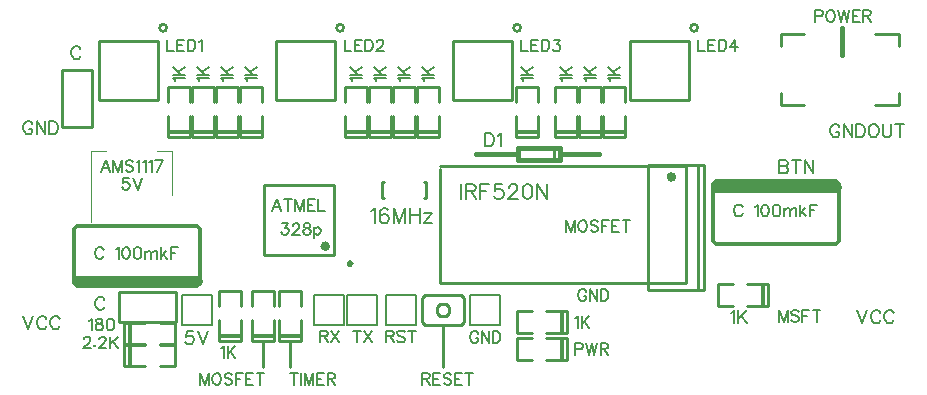
<source format=gto>
G04 ---------------------------- Layer name :TOP SILK LAYER*
G04 EasyEDA v5.6.15, Thu, 09 Aug 2018 00:10:23 GMT*
G04 1eb12ba90bff44d893ac4b1b4a3eba8c*
G04 Gerber Generator version 0.2*
G04 Scale: 100 percent, Rotated: No, Reflected: No *
G04 Dimensions in millimeters *
G04 leading zeros omitted , absolute positions ,3 integer and 3 decimal *
%FSLAX33Y33*%
%MOMM*%
G90*
G71D02*

%ADD10C,0.254000*%
%ADD11C,0.399999*%
%ADD15C,0.177800*%
%ADD16C,0.203200*%
%ADD17C,0.178003*%
%ADD35C,0.119990*%
%ADD36C,0.249999*%
%ADD37C,0.330200*%
%ADD38C,0.202999*%
%ADD39C,0.299999*%
%ADD40C,0.899998*%

%LPD*%
G54D35*
G01X14587Y16842D02*
G01X14587Y20604D01*
G01X13324Y20604D01*
G01X7764Y14594D02*
G01X7764Y20604D01*
G01X9027Y20604D01*
G54D10*
G01X35991Y17932D02*
G01X36093Y17932D01*
G01X36093Y16611D01*
G01X35991Y16611D01*
G01X32588Y16611D02*
G01X32435Y16611D01*
G01X32435Y17932D01*
G01X32588Y17932D01*
G01X68171Y24521D02*
G01X66169Y24521D01*
G01X66169Y25521D01*
G01X74170Y30520D02*
G01X76169Y30520D01*
G01X76169Y29519D01*
G01X66169Y29519D02*
G01X66169Y30520D01*
G01X68171Y30520D01*
G01X76169Y25521D02*
G01X76169Y24521D01*
G01X74170Y24521D01*
G54D36*
G01X58379Y29931D02*
G01X58379Y24932D01*
G01X58379Y24932D02*
G01X53380Y24932D01*
G01X53380Y29931D02*
G01X53380Y24932D01*
G01X58379Y29933D02*
G01X53380Y29933D01*
G01X43395Y29931D02*
G01X43395Y24932D01*
G01X43395Y24932D02*
G01X38394Y24932D01*
G01X38394Y29931D02*
G01X38394Y24932D01*
G01X43395Y29933D02*
G01X38394Y29933D01*
G01X28407Y29931D02*
G01X28407Y24932D01*
G01X28407Y24932D02*
G01X23408Y24932D01*
G01X23408Y29931D02*
G01X23408Y24932D01*
G01X28407Y29933D02*
G01X23408Y29933D01*
G01X13423Y29931D02*
G01X13423Y24932D01*
G01X13423Y24932D02*
G01X8422Y24932D01*
G01X8422Y29931D02*
G01X8422Y24932D01*
G01X13423Y29933D02*
G01X8422Y29933D01*
G54D37*
G01X64637Y9255D02*
G01X64637Y7508D01*
G54D10*
G01X63312Y9309D02*
G01X65112Y9309D01*
G01X65112Y7454D01*
G01X62113Y9309D02*
G01X60838Y9309D01*
G01X60838Y7454D01*
G01X60838Y7454D02*
G01X62113Y7454D01*
G01X63312Y7454D02*
G01X65112Y7454D01*
G54D37*
G01X11054Y4206D02*
G01X11054Y5953D01*
G54D10*
G01X12379Y4152D02*
G01X10579Y4152D01*
G01X10579Y6007D01*
G01X13578Y4152D02*
G01X14853Y4152D01*
G01X14853Y6007D01*
G01X14853Y6007D02*
G01X13578Y6007D01*
G01X12379Y6007D02*
G01X10579Y6007D01*
G54D37*
G01X11054Y2428D02*
G01X11054Y4175D01*
G54D10*
G01X12379Y2374D02*
G01X10579Y2374D01*
G01X10579Y4229D01*
G01X13578Y2374D02*
G01X14853Y2374D01*
G01X14853Y4229D01*
G01X14853Y4229D02*
G01X13578Y4229D01*
G01X12379Y4229D02*
G01X10579Y4229D01*
G01X59695Y19397D02*
G01X59695Y8796D01*
G01X54897Y8796D01*
G01X54897Y19397D01*
G01X59695Y19397D01*
G01X59197Y8796D02*
G01X59197Y19397D01*
G01X22451Y11783D02*
G01X28348Y11783D01*
G01X28348Y17680D01*
G01X22451Y17680D01*
G01X22451Y11783D01*
G54D16*
G01X29210Y5842D02*
G01X26670Y5842D01*
G01X26670Y8382D01*
G01X29210Y8382D01*
G01X29210Y6477D01*
G54D38*
G01X29210Y5842D02*
G01X29210Y6477D01*
G54D16*
G01X32004Y5842D02*
G01X29464Y5842D01*
G01X29464Y8382D01*
G01X32004Y8382D01*
G01X32004Y6477D01*
G54D38*
G01X32004Y5842D02*
G01X32004Y6477D01*
G54D16*
G01X35306Y5842D02*
G01X32766Y5842D01*
G01X32766Y8382D01*
G01X35306Y8382D01*
G01X35306Y6477D01*
G54D38*
G01X35306Y5842D02*
G01X35306Y6477D01*
G54D16*
G01X42418Y5842D02*
G01X39878Y5842D01*
G01X39878Y8382D01*
G01X42418Y8382D01*
G01X42418Y6477D01*
G54D38*
G01X42418Y5842D02*
G01X42418Y6477D01*
G54D16*
G01X18034Y5842D02*
G01X15494Y5842D01*
G01X15494Y8382D01*
G01X18034Y8382D01*
G01X18034Y6477D01*
G54D38*
G01X18034Y5842D02*
G01X18034Y6477D01*
G54D37*
G01X16113Y22230D02*
G01X14366Y22230D01*
G54D10*
G01X16167Y23555D02*
G01X16167Y21755D01*
G01X14312Y21755D01*
G01X16167Y24754D02*
G01X16167Y26029D01*
G01X14312Y26029D01*
G01X14312Y26029D02*
G01X14312Y24754D01*
G01X14312Y23555D02*
G01X14312Y21755D01*
G54D37*
G01X18145Y22230D02*
G01X16398Y22230D01*
G54D10*
G01X18199Y23555D02*
G01X18199Y21755D01*
G01X16344Y21755D01*
G01X18199Y24754D02*
G01X18199Y26029D01*
G01X16344Y26029D01*
G01X16344Y26029D02*
G01X16344Y24754D01*
G01X16344Y23555D02*
G01X16344Y21755D01*
G54D37*
G01X20177Y22230D02*
G01X18430Y22230D01*
G54D10*
G01X20231Y23555D02*
G01X20231Y21755D01*
G01X18376Y21755D01*
G01X20231Y24754D02*
G01X20231Y26029D01*
G01X18376Y26029D01*
G01X18376Y26029D02*
G01X18376Y24754D01*
G01X18376Y23555D02*
G01X18376Y21755D01*
G54D37*
G01X22209Y22230D02*
G01X20462Y22230D01*
G54D10*
G01X22263Y23555D02*
G01X22263Y21755D01*
G01X20408Y21755D01*
G01X22263Y24754D02*
G01X22263Y26029D01*
G01X20408Y26029D01*
G01X20408Y26029D02*
G01X20408Y24754D01*
G01X20408Y23555D02*
G01X20408Y21755D01*
G54D37*
G01X47619Y4683D02*
G01X47619Y2936D01*
G54D10*
G01X46294Y4737D02*
G01X48094Y4737D01*
G01X48094Y2882D01*
G01X45095Y4737D02*
G01X43820Y4737D01*
G01X43820Y2882D01*
G01X43820Y2882D02*
G01X45095Y2882D01*
G01X46294Y2882D02*
G01X48094Y2882D01*
G54D37*
G01X47619Y6969D02*
G01X47619Y5222D01*
G54D10*
G01X46294Y7023D02*
G01X48094Y7023D01*
G01X48094Y5168D01*
G01X45095Y7023D02*
G01X43820Y7023D01*
G01X43820Y5168D01*
G01X43820Y5168D02*
G01X45095Y5168D01*
G01X46294Y5168D02*
G01X48094Y5168D01*
G54D37*
G01X31099Y22230D02*
G01X29352Y22230D01*
G54D10*
G01X31153Y23555D02*
G01X31153Y21755D01*
G01X29298Y21755D01*
G01X31153Y24754D02*
G01X31153Y26029D01*
G01X29298Y26029D01*
G01X29298Y26029D02*
G01X29298Y24754D01*
G01X29298Y23555D02*
G01X29298Y21755D01*
G54D37*
G01X33131Y22230D02*
G01X31384Y22230D01*
G54D10*
G01X33185Y23555D02*
G01X33185Y21755D01*
G01X31330Y21755D01*
G01X33185Y24754D02*
G01X33185Y26029D01*
G01X31330Y26029D01*
G01X31330Y26029D02*
G01X31330Y24754D01*
G01X31330Y23555D02*
G01X31330Y21755D01*
G54D37*
G01X35163Y22230D02*
G01X33416Y22230D01*
G54D10*
G01X35217Y23555D02*
G01X35217Y21755D01*
G01X33362Y21755D01*
G01X35217Y24754D02*
G01X35217Y26029D01*
G01X33362Y26029D01*
G01X33362Y26029D02*
G01X33362Y24754D01*
G01X33362Y23555D02*
G01X33362Y21755D01*
G54D37*
G01X37195Y22230D02*
G01X35448Y22230D01*
G54D10*
G01X37249Y23555D02*
G01X37249Y21755D01*
G01X35394Y21755D01*
G01X37249Y24754D02*
G01X37249Y26029D01*
G01X35394Y26029D01*
G01X35394Y26029D02*
G01X35394Y24754D01*
G01X35394Y23555D02*
G01X35394Y21755D01*
G54D37*
G01X45577Y22230D02*
G01X43830Y22230D01*
G54D10*
G01X45631Y23555D02*
G01X45631Y21755D01*
G01X43776Y21755D01*
G01X45631Y24754D02*
G01X45631Y26029D01*
G01X43776Y26029D01*
G01X43776Y26029D02*
G01X43776Y24754D01*
G01X43776Y23555D02*
G01X43776Y21755D01*
G54D37*
G01X48879Y22230D02*
G01X47132Y22230D01*
G54D10*
G01X48933Y23555D02*
G01X48933Y21755D01*
G01X47078Y21755D01*
G01X48933Y24754D02*
G01X48933Y26029D01*
G01X47078Y26029D01*
G01X47078Y26029D02*
G01X47078Y24754D01*
G01X47078Y23555D02*
G01X47078Y21755D01*
G54D37*
G01X50911Y22230D02*
G01X49164Y22230D01*
G54D10*
G01X50965Y23555D02*
G01X50965Y21755D01*
G01X49110Y21755D01*
G01X50965Y24754D02*
G01X50965Y26029D01*
G01X49110Y26029D01*
G01X49110Y26029D02*
G01X49110Y24754D01*
G01X49110Y23555D02*
G01X49110Y21755D01*
G54D37*
G01X52943Y22230D02*
G01X51196Y22230D01*
G54D10*
G01X52997Y23555D02*
G01X52997Y21755D01*
G01X51142Y21755D01*
G01X52997Y24754D02*
G01X52997Y26029D01*
G01X51142Y26029D01*
G01X51142Y26029D02*
G01X51142Y24754D01*
G01X51142Y23555D02*
G01X51142Y21755D01*
G54D37*
G01X25511Y4958D02*
G01X23764Y4958D01*
G54D10*
G01X25565Y6283D02*
G01X25565Y4483D01*
G01X23710Y4483D01*
G01X25565Y7482D02*
G01X25565Y8757D01*
G01X23710Y8757D01*
G01X23710Y8757D02*
G01X23710Y7482D01*
G01X23710Y6283D02*
G01X23710Y4483D01*
G54D37*
G01X23225Y4958D02*
G01X21478Y4958D01*
G54D10*
G01X23279Y6283D02*
G01X23279Y4483D01*
G01X21424Y4483D01*
G01X23279Y7482D02*
G01X23279Y8757D01*
G01X21424Y8757D01*
G01X21424Y8757D02*
G01X21424Y7482D01*
G01X21424Y6283D02*
G01X21424Y4483D01*
G54D37*
G01X20431Y4958D02*
G01X18684Y4958D01*
G54D10*
G01X20485Y6283D02*
G01X20485Y4483D01*
G01X18630Y4483D01*
G01X20485Y7482D02*
G01X20485Y8757D01*
G01X18630Y8757D01*
G01X18630Y8757D02*
G01X18630Y7482D01*
G01X18630Y6283D02*
G01X18630Y4483D01*
G01X10414Y8636D02*
G01X14986Y8636D01*
G01X14986Y6096D01*
G01X10160Y6096D01*
G01X10160Y8636D01*
G01X10414Y8636D01*
G01X7874Y27178D02*
G01X7874Y22606D01*
G01X5334Y22606D01*
G01X5334Y27432D01*
G01X7874Y27432D01*
G01X7874Y27178D01*
G01X37592Y5842D02*
G01X37592Y2286D01*
G01X24638Y4318D02*
G01X24638Y2286D01*
G01X22352Y4318D02*
G01X22352Y2286D01*
G01X46990Y20828D02*
G01X46990Y19812D01*
G01X37338Y7620D02*
G01X37846Y7620D01*
G01X38100Y7366D01*
G01X38100Y6858D01*
G01X37846Y6604D01*
G01X37338Y6604D01*
G01X37084Y6858D01*
G01X37084Y7366D01*
G01X37338Y7620D01*
G01X35814Y6096D02*
G01X36068Y5842D01*
G01X39116Y5842D01*
G01X39370Y6096D01*
G01X39370Y8128D01*
G01X39116Y8382D01*
G01X36068Y8382D01*
G01X35814Y8128D01*
G01X35814Y6096D01*
G01X37338Y19304D02*
G01X58166Y19304D01*
G01X58166Y9398D01*
G01X37338Y9398D01*
G01X37338Y19050D01*
G54D39*
G01X6604Y9144D02*
G01X16764Y9144D01*
G01X17018Y9398D01*
G01X17018Y13970D01*
G01X16764Y14224D01*
G01X6604Y14224D01*
G01X6350Y13970D01*
G01X6350Y9398D01*
G01X6604Y9144D01*
G54D40*
G01X6604Y9596D02*
G01X16764Y9596D01*
G01X60706Y17581D02*
G01X70866Y17581D01*
G54D39*
G01X60706Y12755D02*
G01X70866Y12755D01*
G01X71120Y13009D01*
G01X71120Y17835D01*
G01X70866Y18089D01*
G01X60706Y18089D01*
G01X60452Y17835D01*
G01X60452Y13009D01*
G01X60706Y12755D01*
G54D11*
G01X40386Y20320D02*
G01X43942Y20320D01*
G01X43942Y19812D01*
G01X47498Y19812D01*
G01X47498Y20320D01*
G01X50800Y20320D01*
G01X47498Y20320D01*
G01X47498Y20828D01*
G01X43942Y20828D01*
G01X43942Y20320D01*
G01X71374Y30988D02*
G01X71374Y28702D01*
G54D15*
G01X10960Y18288D02*
G01X10505Y18288D01*
G01X10459Y17879D01*
G01X10505Y17924D01*
G01X10640Y17967D01*
G01X10777Y17967D01*
G01X10914Y17924D01*
G01X11005Y17833D01*
G01X11051Y17696D01*
G01X11051Y17604D01*
G01X11005Y17470D01*
G01X10914Y17378D01*
G01X10777Y17332D01*
G01X10640Y17332D01*
G01X10505Y17378D01*
G01X10459Y17424D01*
G01X10414Y17515D01*
G01X11351Y18288D02*
G01X11714Y17332D01*
G01X12077Y18288D02*
G01X11714Y17332D01*
G01X31496Y15506D02*
G01X31617Y15567D01*
G01X31798Y15748D01*
G01X31798Y14475D01*
G01X32926Y15567D02*
G01X32865Y15687D01*
G01X32682Y15748D01*
G01X32562Y15748D01*
G01X32379Y15687D01*
G01X32258Y15506D01*
G01X32199Y15204D01*
G01X32199Y14899D01*
G01X32258Y14658D01*
G01X32379Y14536D01*
G01X32562Y14475D01*
G01X32621Y14475D01*
G01X32804Y14536D01*
G01X32926Y14658D01*
G01X32984Y14838D01*
G01X32984Y14899D01*
G01X32926Y15082D01*
G01X32804Y15204D01*
G01X32621Y15262D01*
G01X32562Y15262D01*
G01X32379Y15204D01*
G01X32258Y15082D01*
G01X32199Y14899D01*
G01X33385Y15748D02*
G01X33385Y14475D01*
G01X33385Y15748D02*
G01X33868Y14475D01*
G01X34353Y15748D02*
G01X33868Y14475D01*
G01X34353Y15748D02*
G01X34353Y14475D01*
G01X34752Y15748D02*
G01X34752Y14475D01*
G01X35600Y15748D02*
G01X35600Y14475D01*
G01X34752Y15143D02*
G01X35600Y15143D01*
G01X36667Y15323D02*
G01X35999Y14475D01*
G01X35999Y15323D02*
G01X36667Y15323D01*
G01X35999Y14475D02*
G01X36667Y14475D01*
G01X59182Y30010D02*
G01X59182Y29055D01*
G01X59182Y29055D02*
G01X59728Y29055D01*
G01X60027Y30010D02*
G01X60027Y29055D01*
G01X60027Y30010D02*
G01X60617Y30010D01*
G01X60027Y29555D02*
G01X60391Y29555D01*
G01X60027Y29055D02*
G01X60617Y29055D01*
G01X60919Y30010D02*
G01X60919Y29055D01*
G01X60919Y30010D02*
G01X61236Y30010D01*
G01X61374Y29964D01*
G01X61462Y29872D01*
G01X61508Y29781D01*
G01X61554Y29646D01*
G01X61554Y29418D01*
G01X61508Y29281D01*
G01X61462Y29192D01*
G01X61374Y29100D01*
G01X61236Y29055D01*
G01X60919Y29055D01*
G01X62308Y30010D02*
G01X61854Y29372D01*
G01X62537Y29372D01*
G01X62308Y30010D02*
G01X62308Y29055D01*
G01X44196Y30010D02*
G01X44196Y29055D01*
G01X44196Y29055D02*
G01X44742Y29055D01*
G01X45041Y30010D02*
G01X45041Y29055D01*
G01X45041Y30010D02*
G01X45631Y30010D01*
G01X45041Y29555D02*
G01X45405Y29555D01*
G01X45041Y29055D02*
G01X45631Y29055D01*
G01X45933Y30010D02*
G01X45933Y29055D01*
G01X45933Y30010D02*
G01X46250Y30010D01*
G01X46388Y29964D01*
G01X46476Y29872D01*
G01X46522Y29781D01*
G01X46568Y29646D01*
G01X46568Y29418D01*
G01X46522Y29281D01*
G01X46476Y29192D01*
G01X46388Y29100D01*
G01X46250Y29055D01*
G01X45933Y29055D01*
G01X46959Y30010D02*
G01X47459Y30010D01*
G01X47188Y29646D01*
G01X47322Y29646D01*
G01X47414Y29601D01*
G01X47459Y29555D01*
G01X47505Y29418D01*
G01X47505Y29326D01*
G01X47459Y29192D01*
G01X47368Y29100D01*
G01X47231Y29055D01*
G01X47096Y29055D01*
G01X46959Y29100D01*
G01X46913Y29146D01*
G01X46868Y29237D01*
G01X29237Y30010D02*
G01X29237Y29055D01*
G01X29237Y29055D02*
G01X29784Y29055D01*
G01X30083Y30010D02*
G01X30083Y29055D01*
G01X30083Y30010D02*
G01X30673Y30010D01*
G01X30083Y29555D02*
G01X30446Y29555D01*
G01X30083Y29055D02*
G01X30673Y29055D01*
G01X30975Y30010D02*
G01X30975Y29055D01*
G01X30975Y30010D02*
G01X31292Y30010D01*
G01X31429Y29964D01*
G01X31518Y29872D01*
G01X31564Y29781D01*
G01X31610Y29646D01*
G01X31610Y29418D01*
G01X31564Y29281D01*
G01X31518Y29192D01*
G01X31429Y29100D01*
G01X31292Y29055D01*
G01X30975Y29055D01*
G01X31955Y29781D02*
G01X31955Y29827D01*
G01X32001Y29918D01*
G01X32047Y29964D01*
G01X32138Y30010D01*
G01X32318Y30010D01*
G01X32410Y29964D01*
G01X32456Y29918D01*
G01X32501Y29827D01*
G01X32501Y29735D01*
G01X32456Y29646D01*
G01X32364Y29509D01*
G01X31910Y29055D01*
G01X32547Y29055D01*
G01X14224Y30010D02*
G01X14224Y29055D01*
G01X14224Y29055D02*
G01X14770Y29055D01*
G01X15069Y30010D02*
G01X15069Y29055D01*
G01X15069Y30010D02*
G01X15659Y30010D01*
G01X15069Y29555D02*
G01X15433Y29555D01*
G01X15069Y29055D02*
G01X15659Y29055D01*
G01X15961Y30010D02*
G01X15961Y29055D01*
G01X15961Y30010D02*
G01X16278Y30010D01*
G01X16416Y29964D01*
G01X16504Y29872D01*
G01X16550Y29781D01*
G01X16596Y29646D01*
G01X16596Y29418D01*
G01X16550Y29281D01*
G01X16504Y29192D01*
G01X16416Y29100D01*
G01X16278Y29055D01*
G01X15961Y29055D01*
G01X16896Y29827D02*
G01X16987Y29872D01*
G01X17124Y30010D01*
G01X17124Y29055D01*
G01X61976Y6906D02*
G01X62080Y6957D01*
G01X62235Y7112D01*
G01X62235Y6022D01*
G01X62577Y7112D02*
G01X62577Y6022D01*
G01X63306Y7112D02*
G01X62577Y6385D01*
G01X62839Y6644D02*
G01X63306Y6022D01*
G01X7620Y6205D02*
G01X7711Y6250D01*
G01X7846Y6388D01*
G01X7846Y5433D01*
G01X8374Y6388D02*
G01X8237Y6342D01*
G01X8191Y6250D01*
G01X8191Y6159D01*
G01X8237Y6068D01*
G01X8328Y6024D01*
G01X8511Y5979D01*
G01X8646Y5933D01*
G01X8737Y5842D01*
G01X8783Y5750D01*
G01X8783Y5615D01*
G01X8737Y5524D01*
G01X8691Y5478D01*
G01X8557Y5433D01*
G01X8374Y5433D01*
G01X8237Y5478D01*
G01X8191Y5524D01*
G01X8148Y5615D01*
G01X8148Y5750D01*
G01X8191Y5842D01*
G01X8282Y5933D01*
G01X8420Y5979D01*
G01X8602Y6024D01*
G01X8691Y6068D01*
G01X8737Y6159D01*
G01X8737Y6250D01*
G01X8691Y6342D01*
G01X8557Y6388D01*
G01X8374Y6388D01*
G01X9357Y6388D02*
G01X9220Y6342D01*
G01X9128Y6205D01*
G01X9083Y5979D01*
G01X9083Y5842D01*
G01X9128Y5615D01*
G01X9220Y5478D01*
G01X9357Y5433D01*
G01X9446Y5433D01*
G01X9583Y5478D01*
G01X9674Y5615D01*
G01X9720Y5842D01*
G01X9720Y5979D01*
G01X9674Y6205D01*
G01X9583Y6342D01*
G01X9446Y6388D01*
G01X9357Y6388D01*
G01X7157Y4635D02*
G01X7157Y4681D01*
G01X7203Y4772D01*
G01X7249Y4818D01*
G01X7338Y4864D01*
G01X7520Y4864D01*
G01X7612Y4818D01*
G01X7658Y4772D01*
G01X7703Y4681D01*
G01X7703Y4589D01*
G01X7658Y4500D01*
G01X7566Y4363D01*
G01X7112Y3909D01*
G01X7749Y3909D01*
G01X8094Y4135D02*
G01X8049Y4091D01*
G01X8094Y4046D01*
G01X8138Y4091D01*
G01X8094Y4135D01*
G01X8483Y4635D02*
G01X8483Y4681D01*
G01X8529Y4772D01*
G01X8575Y4818D01*
G01X8666Y4864D01*
G01X8849Y4864D01*
G01X8938Y4818D01*
G01X8983Y4772D01*
G01X9029Y4681D01*
G01X9029Y4589D01*
G01X8983Y4500D01*
G01X8895Y4363D01*
G01X8440Y3909D01*
G01X9075Y3909D01*
G01X9375Y4864D02*
G01X9375Y3909D01*
G01X10012Y4864D02*
G01X9375Y4226D01*
G01X9603Y4455D02*
G01X10012Y3909D01*
G01X48006Y14732D02*
G01X48006Y13776D01*
G01X48006Y14732D02*
G01X48369Y13776D01*
G01X48732Y14732D02*
G01X48369Y13776D01*
G01X48732Y14732D02*
G01X48732Y13776D01*
G01X49306Y14732D02*
G01X49215Y14686D01*
G01X49123Y14594D01*
G01X49077Y14503D01*
G01X49032Y14368D01*
G01X49032Y14140D01*
G01X49077Y14003D01*
G01X49123Y13914D01*
G01X49215Y13822D01*
G01X49306Y13776D01*
G01X49486Y13776D01*
G01X49578Y13822D01*
G01X49669Y13914D01*
G01X49715Y14003D01*
G01X49761Y14140D01*
G01X49761Y14368D01*
G01X49715Y14503D01*
G01X49669Y14594D01*
G01X49578Y14686D01*
G01X49486Y14732D01*
G01X49306Y14732D01*
G01X50695Y14594D02*
G01X50606Y14686D01*
G01X50469Y14732D01*
G01X50286Y14732D01*
G01X50152Y14686D01*
G01X50060Y14594D01*
G01X50060Y14503D01*
G01X50106Y14411D01*
G01X50152Y14368D01*
G01X50241Y14323D01*
G01X50515Y14231D01*
G01X50606Y14185D01*
G01X50652Y14140D01*
G01X50695Y14048D01*
G01X50695Y13914D01*
G01X50606Y13822D01*
G01X50469Y13776D01*
G01X50286Y13776D01*
G01X50152Y13822D01*
G01X50060Y13914D01*
G01X50998Y14732D02*
G01X50998Y13776D01*
G01X50998Y14732D02*
G01X51587Y14732D01*
G01X50998Y14277D02*
G01X51361Y14277D01*
G01X51887Y14732D02*
G01X51887Y13776D01*
G01X51887Y14732D02*
G01X52478Y14732D01*
G01X51887Y14277D02*
G01X52250Y14277D01*
G01X51887Y13776D02*
G01X52478Y13776D01*
G01X53096Y14732D02*
G01X53096Y13776D01*
G01X52778Y14732D02*
G01X53416Y14732D01*
G01X23477Y16510D02*
G01X23114Y15554D01*
G01X23477Y16510D02*
G01X23840Y15554D01*
G01X23251Y15872D02*
G01X23705Y15872D01*
G01X24460Y16510D02*
G01X24460Y15554D01*
G01X24140Y16510D02*
G01X24777Y16510D01*
G01X25077Y16510D02*
G01X25077Y15554D01*
G01X25077Y16510D02*
G01X25440Y15554D01*
G01X25803Y16510D02*
G01X25440Y15554D01*
G01X25803Y16510D02*
G01X25803Y15554D01*
G01X26106Y16510D02*
G01X26106Y15554D01*
G01X26106Y16510D02*
G01X26695Y16510D01*
G01X26106Y16055D02*
G01X26469Y16055D01*
G01X26106Y15554D02*
G01X26695Y15554D01*
G01X26995Y16510D02*
G01X26995Y15554D01*
G01X26995Y15554D02*
G01X27541Y15554D01*
G01X27178Y5372D02*
G01X27178Y4417D01*
G01X27178Y5372D02*
G01X27586Y5372D01*
G01X27724Y5326D01*
G01X27769Y5280D01*
G01X27815Y5189D01*
G01X27815Y5097D01*
G01X27769Y5008D01*
G01X27724Y4963D01*
G01X27586Y4917D01*
G01X27178Y4917D01*
G01X27495Y4917D02*
G01X27815Y4417D01*
G01X28115Y5372D02*
G01X28750Y4417D01*
G01X28750Y5372D02*
G01X28115Y4417D01*
G01X30289Y5372D02*
G01X30289Y4417D01*
G01X29972Y5372D02*
G01X30609Y5372D01*
G01X30909Y5372D02*
G01X31544Y4417D01*
G01X31544Y5372D02*
G01X30909Y4417D01*
G01X32766Y5372D02*
G01X32766Y4417D01*
G01X32766Y5372D02*
G01X33174Y5372D01*
G01X33312Y5326D01*
G01X33357Y5280D01*
G01X33403Y5189D01*
G01X33403Y5097D01*
G01X33357Y5008D01*
G01X33312Y4963D01*
G01X33174Y4917D01*
G01X32766Y4917D01*
G01X33083Y4917D02*
G01X33403Y4417D01*
G01X34338Y5234D02*
G01X34246Y5326D01*
G01X34112Y5372D01*
G01X33929Y5372D01*
G01X33792Y5326D01*
G01X33703Y5234D01*
G01X33703Y5143D01*
G01X33748Y5052D01*
G01X33792Y5008D01*
G01X33883Y4963D01*
G01X34157Y4871D01*
G01X34246Y4826D01*
G01X34292Y4780D01*
G01X34338Y4688D01*
G01X34338Y4554D01*
G01X34246Y4462D01*
G01X34112Y4417D01*
G01X33929Y4417D01*
G01X33792Y4462D01*
G01X33703Y4554D01*
G01X34958Y5372D02*
G01X34958Y4417D01*
G01X34637Y5372D02*
G01X35275Y5372D01*
G01X40558Y5105D02*
G01X40515Y5196D01*
G01X40424Y5288D01*
G01X40332Y5334D01*
G01X40149Y5334D01*
G01X40060Y5288D01*
G01X39969Y5196D01*
G01X39923Y5105D01*
G01X39878Y4970D01*
G01X39878Y4742D01*
G01X39923Y4605D01*
G01X39969Y4516D01*
G01X40060Y4424D01*
G01X40149Y4378D01*
G01X40332Y4378D01*
G01X40424Y4424D01*
G01X40515Y4516D01*
G01X40558Y4605D01*
G01X40558Y4742D01*
G01X40332Y4742D02*
G01X40558Y4742D01*
G01X40860Y5334D02*
G01X40860Y4378D01*
G01X40860Y5334D02*
G01X41495Y4378D01*
G01X41495Y5334D02*
G01X41495Y4378D01*
G01X41795Y5334D02*
G01X41795Y4378D01*
G01X41795Y5334D02*
G01X42113Y5334D01*
G01X42250Y5288D01*
G01X42341Y5196D01*
G01X42387Y5105D01*
G01X42433Y4970D01*
G01X42433Y4742D01*
G01X42387Y4605D01*
G01X42341Y4516D01*
G01X42250Y4424D01*
G01X42113Y4378D01*
G01X41795Y4378D01*
G01X16370Y5334D02*
G01X15852Y5334D01*
G01X15798Y4866D01*
G01X15852Y4919D01*
G01X16007Y4970D01*
G01X16164Y4970D01*
G01X16319Y4919D01*
G01X16423Y4815D01*
G01X16474Y4660D01*
G01X16474Y4556D01*
G01X16423Y4399D01*
G01X16319Y4295D01*
G01X16164Y4244D01*
G01X16007Y4244D01*
G01X15852Y4295D01*
G01X15798Y4348D01*
G01X15748Y4452D01*
G01X16817Y5334D02*
G01X17233Y4244D01*
G01X17650Y5334D02*
G01X17233Y4244D01*
G01X14914Y26522D02*
G01X14869Y26614D01*
G01X14732Y26748D01*
G01X15687Y26748D01*
G01X14732Y27050D02*
G01X15687Y27050D01*
G01X14732Y27685D02*
G01X15369Y27050D01*
G01X15140Y27277D02*
G01X15687Y27685D01*
G01X16946Y26522D02*
G01X16901Y26614D01*
G01X16763Y26748D01*
G01X17719Y26748D01*
G01X16763Y27050D02*
G01X17719Y27050D01*
G01X16763Y27685D02*
G01X17401Y27050D01*
G01X17172Y27277D02*
G01X17719Y27685D01*
G01X18978Y26522D02*
G01X18933Y26614D01*
G01X18795Y26748D01*
G01X19751Y26748D01*
G01X18795Y27050D02*
G01X19751Y27050D01*
G01X18795Y27685D02*
G01X19433Y27050D01*
G01X19204Y27277D02*
G01X19751Y27685D01*
G01X21010Y26522D02*
G01X20965Y26614D01*
G01X20827Y26748D01*
G01X21783Y26748D01*
G01X20827Y27050D02*
G01X21783Y27050D01*
G01X20827Y27685D02*
G01X21465Y27050D01*
G01X21236Y27277D02*
G01X21783Y27685D01*
G01X48768Y4318D02*
G01X48768Y3362D01*
G01X48768Y4318D02*
G01X49176Y4318D01*
G01X49314Y4272D01*
G01X49359Y4226D01*
G01X49405Y4135D01*
G01X49405Y3997D01*
G01X49359Y3909D01*
G01X49314Y3863D01*
G01X49176Y3817D01*
G01X48768Y3817D01*
G01X49705Y4318D02*
G01X49931Y3362D01*
G01X50159Y4318D02*
G01X49931Y3362D01*
G01X50159Y4318D02*
G01X50385Y3362D01*
G01X50614Y4318D02*
G01X50385Y3362D01*
G01X50914Y4318D02*
G01X50914Y3362D01*
G01X50914Y4318D02*
G01X51323Y4318D01*
G01X51457Y4272D01*
G01X51503Y4226D01*
G01X51549Y4135D01*
G01X51549Y4043D01*
G01X51503Y3954D01*
G01X51457Y3909D01*
G01X51323Y3863D01*
G01X50914Y3863D01*
G01X51231Y3863D02*
G01X51549Y3362D01*
G01X48768Y6421D02*
G01X48859Y6466D01*
G01X48994Y6604D01*
G01X48994Y5648D01*
G01X49296Y6604D02*
G01X49296Y5648D01*
G01X49931Y6604D02*
G01X49296Y5966D01*
G01X49522Y6195D02*
G01X49931Y5648D01*
G01X29900Y26522D02*
G01X29855Y26614D01*
G01X29717Y26748D01*
G01X30673Y26748D01*
G01X29717Y27050D02*
G01X30673Y27050D01*
G01X29717Y27685D02*
G01X30355Y27050D01*
G01X30126Y27277D02*
G01X30673Y27685D01*
G01X31932Y26522D02*
G01X31887Y26614D01*
G01X31749Y26748D01*
G01X32705Y26748D01*
G01X31749Y27050D02*
G01X32705Y27050D01*
G01X31749Y27685D02*
G01X32387Y27050D01*
G01X32158Y27277D02*
G01X32705Y27685D01*
G01X33964Y26522D02*
G01X33919Y26614D01*
G01X33781Y26748D01*
G01X34737Y26748D01*
G01X33781Y27050D02*
G01X34737Y27050D01*
G01X33781Y27685D02*
G01X34419Y27050D01*
G01X34190Y27277D02*
G01X34737Y27685D01*
G01X35996Y26522D02*
G01X35951Y26614D01*
G01X35813Y26748D01*
G01X36769Y26748D01*
G01X35813Y27050D02*
G01X36769Y27050D01*
G01X35813Y27685D02*
G01X36451Y27050D01*
G01X36222Y27277D02*
G01X36769Y27685D01*
G01X44378Y26522D02*
G01X44333Y26614D01*
G01X44195Y26748D01*
G01X45151Y26748D01*
G01X44195Y27050D02*
G01X45151Y27050D01*
G01X44195Y27685D02*
G01X44833Y27050D01*
G01X44604Y27277D02*
G01X45151Y27685D01*
G01X47680Y26522D02*
G01X47635Y26614D01*
G01X47497Y26748D01*
G01X48453Y26748D01*
G01X47497Y27050D02*
G01X48453Y27050D01*
G01X47497Y27685D02*
G01X48135Y27050D01*
G01X47906Y27277D02*
G01X48453Y27685D01*
G01X49712Y26522D02*
G01X49667Y26614D01*
G01X49529Y26748D01*
G01X50485Y26748D01*
G01X49529Y27050D02*
G01X50485Y27050D01*
G01X49529Y27685D02*
G01X50167Y27050D01*
G01X49938Y27277D02*
G01X50485Y27685D01*
G01X51744Y26522D02*
G01X51699Y26614D01*
G01X51561Y26748D01*
G01X52517Y26748D01*
G01X51561Y27050D02*
G01X52517Y27050D01*
G01X51561Y27685D02*
G01X52199Y27050D01*
G01X51970Y27277D02*
G01X52517Y27685D01*
G01X24955Y1778D02*
G01X24955Y822D01*
G01X24638Y1778D02*
G01X25275Y1778D01*
G01X25575Y1778D02*
G01X25575Y822D01*
G01X25874Y1778D02*
G01X25874Y822D01*
G01X25874Y1778D02*
G01X26238Y822D01*
G01X26601Y1778D02*
G01X26238Y822D01*
G01X26601Y1778D02*
G01X26601Y822D01*
G01X26901Y1778D02*
G01X26901Y822D01*
G01X26901Y1778D02*
G01X27492Y1778D01*
G01X26901Y1323D02*
G01X27264Y1323D01*
G01X26901Y822D02*
G01X27492Y822D01*
G01X27792Y1778D02*
G01X27792Y822D01*
G01X27792Y1778D02*
G01X28201Y1778D01*
G01X28338Y1732D01*
G01X28384Y1686D01*
G01X28427Y1595D01*
G01X28427Y1503D01*
G01X28384Y1414D01*
G01X28338Y1369D01*
G01X28201Y1323D01*
G01X27792Y1323D01*
G01X28110Y1323D02*
G01X28427Y822D01*
G01X17018Y1778D02*
G01X17018Y822D01*
G01X17018Y1778D02*
G01X17381Y822D01*
G01X17744Y1778D02*
G01X17381Y822D01*
G01X17744Y1778D02*
G01X17744Y822D01*
G01X18318Y1778D02*
G01X18227Y1732D01*
G01X18135Y1640D01*
G01X18089Y1549D01*
G01X18044Y1414D01*
G01X18044Y1186D01*
G01X18089Y1049D01*
G01X18135Y960D01*
G01X18227Y868D01*
G01X18318Y822D01*
G01X18498Y822D01*
G01X18590Y868D01*
G01X18681Y960D01*
G01X18727Y1049D01*
G01X18773Y1186D01*
G01X18773Y1414D01*
G01X18727Y1549D01*
G01X18681Y1640D01*
G01X18590Y1732D01*
G01X18498Y1778D01*
G01X18318Y1778D01*
G01X19707Y1640D02*
G01X19618Y1732D01*
G01X19481Y1778D01*
G01X19298Y1778D01*
G01X19164Y1732D01*
G01X19072Y1640D01*
G01X19072Y1549D01*
G01X19118Y1457D01*
G01X19164Y1414D01*
G01X19253Y1369D01*
G01X19527Y1277D01*
G01X19618Y1231D01*
G01X19664Y1186D01*
G01X19707Y1094D01*
G01X19707Y960D01*
G01X19618Y868D01*
G01X19481Y822D01*
G01X19298Y822D01*
G01X19164Y868D01*
G01X19072Y960D01*
G01X20010Y1778D02*
G01X20010Y822D01*
G01X20010Y1778D02*
G01X20599Y1778D01*
G01X20010Y1323D02*
G01X20373Y1323D01*
G01X20899Y1778D02*
G01X20899Y822D01*
G01X20899Y1778D02*
G01X21490Y1778D01*
G01X20899Y1323D02*
G01X21262Y1323D01*
G01X20899Y822D02*
G01X21490Y822D01*
G01X22108Y1778D02*
G01X22108Y822D01*
G01X21790Y1778D02*
G01X22428Y1778D01*
G01X18796Y3881D02*
G01X18887Y3926D01*
G01X19022Y4064D01*
G01X19022Y3108D01*
G01X19324Y4064D02*
G01X19324Y3108D01*
G01X19959Y4064D02*
G01X19324Y3426D01*
G01X19550Y3655D02*
G01X19959Y3108D01*
G01X8907Y7983D02*
G01X8854Y8087D01*
G01X8752Y8191D01*
G01X8648Y8242D01*
G01X8440Y8242D01*
G01X8336Y8191D01*
G01X8231Y8087D01*
G01X8181Y7983D01*
G01X8127Y7828D01*
G01X8127Y7569D01*
G01X8181Y7411D01*
G01X8231Y7307D01*
G01X8336Y7203D01*
G01X8440Y7152D01*
G01X8648Y7152D01*
G01X8752Y7203D01*
G01X8854Y7307D01*
G01X8907Y7411D01*
G01X6875Y29204D02*
G01X6822Y29309D01*
G01X6720Y29413D01*
G01X6616Y29464D01*
G01X6408Y29464D01*
G01X6304Y29413D01*
G01X6200Y29309D01*
G01X6149Y29204D01*
G01X6096Y29049D01*
G01X6096Y28790D01*
G01X6149Y28633D01*
G01X6200Y28529D01*
G01X6304Y28425D01*
G01X6408Y28374D01*
G01X6616Y28374D01*
G01X6720Y28425D01*
G01X6822Y28529D01*
G01X6875Y28633D01*
G01X2032Y6604D02*
G01X2448Y5514D01*
G01X2862Y6604D02*
G01X2448Y5514D01*
G01X3985Y6344D02*
G01X3934Y6449D01*
G01X3830Y6553D01*
G01X3726Y6604D01*
G01X3517Y6604D01*
G01X3413Y6553D01*
G01X3309Y6449D01*
G01X3258Y6344D01*
G01X3205Y6189D01*
G01X3205Y5930D01*
G01X3258Y5773D01*
G01X3309Y5669D01*
G01X3413Y5565D01*
G01X3517Y5514D01*
G01X3726Y5514D01*
G01X3830Y5565D01*
G01X3934Y5669D01*
G01X3985Y5773D01*
G01X5107Y6344D02*
G01X5054Y6449D01*
G01X4953Y6553D01*
G01X4848Y6604D01*
G01X4640Y6604D01*
G01X4536Y6553D01*
G01X4432Y6449D01*
G01X4381Y6344D01*
G01X4328Y6189D01*
G01X4328Y5930D01*
G01X4381Y5773D01*
G01X4432Y5669D01*
G01X4536Y5565D01*
G01X4640Y5514D01*
G01X4848Y5514D01*
G01X4953Y5565D01*
G01X5054Y5669D01*
G01X5107Y5773D01*
G54D17*
G01X49702Y8661D02*
G01X49659Y8752D01*
G01X49568Y8844D01*
G01X49476Y8890D01*
G01X49293Y8890D01*
G01X49204Y8844D01*
G01X49113Y8752D01*
G01X49067Y8661D01*
G01X49022Y8526D01*
G01X49022Y8298D01*
G01X49067Y8161D01*
G01X49113Y8072D01*
G01X49204Y7980D01*
G01X49293Y7934D01*
G01X49476Y7934D01*
G01X49568Y7980D01*
G01X49659Y8072D01*
G01X49702Y8161D01*
G01X49702Y8298D01*
G01X49476Y8298D02*
G01X49702Y8298D01*
G01X50004Y8890D02*
G01X50004Y7934D01*
G01X50004Y8890D02*
G01X50639Y7934D01*
G01X50639Y8890D02*
G01X50639Y7934D01*
G01X50939Y8890D02*
G01X50939Y7934D01*
G01X50939Y8890D02*
G01X51257Y8890D01*
G01X51394Y8844D01*
G01X51485Y8752D01*
G01X51531Y8661D01*
G01X51577Y8526D01*
G01X51577Y8298D01*
G01X51531Y8161D01*
G01X51485Y8072D01*
G01X51394Y7980D01*
G01X51257Y7934D01*
G01X50939Y7934D01*
G01X66040Y7112D02*
G01X66040Y6156D01*
G01X66040Y7112D02*
G01X66403Y6156D01*
G01X66766Y7112D02*
G01X66403Y6156D01*
G01X66766Y7112D02*
G01X66766Y6156D01*
G01X67703Y6974D02*
G01X67612Y7066D01*
G01X67475Y7112D01*
G01X67294Y7112D01*
G01X67157Y7066D01*
G01X67066Y6974D01*
G01X67066Y6883D01*
G01X67111Y6791D01*
G01X67157Y6748D01*
G01X67249Y6703D01*
G01X67520Y6611D01*
G01X67612Y6565D01*
G01X67657Y6520D01*
G01X67703Y6428D01*
G01X67703Y6294D01*
G01X67612Y6202D01*
G01X67475Y6156D01*
G01X67294Y6156D01*
G01X67157Y6202D01*
G01X67066Y6294D01*
G01X68003Y7112D02*
G01X68003Y6156D01*
G01X68003Y7112D02*
G01X68595Y7112D01*
G01X68003Y6657D02*
G01X68366Y6657D01*
G01X69212Y7112D02*
G01X69212Y6156D01*
G01X68894Y7112D02*
G01X69529Y7112D01*
G54D15*
G01X69088Y32512D02*
G01X69088Y31556D01*
G01X69088Y32512D02*
G01X69496Y32512D01*
G01X69634Y32466D01*
G01X69679Y32420D01*
G01X69725Y32329D01*
G01X69725Y32191D01*
G01X69679Y32103D01*
G01X69634Y32057D01*
G01X69496Y32011D01*
G01X69088Y32011D01*
G01X70297Y32512D02*
G01X70205Y32466D01*
G01X70114Y32374D01*
G01X70070Y32283D01*
G01X70025Y32148D01*
G01X70025Y31920D01*
G01X70070Y31783D01*
G01X70114Y31694D01*
G01X70205Y31602D01*
G01X70297Y31556D01*
G01X70479Y31556D01*
G01X70568Y31602D01*
G01X70660Y31694D01*
G01X70705Y31783D01*
G01X70751Y31920D01*
G01X70751Y32148D01*
G01X70705Y32283D01*
G01X70660Y32374D01*
G01X70568Y32466D01*
G01X70479Y32512D01*
G01X70297Y32512D01*
G01X71051Y32512D02*
G01X71280Y31556D01*
G01X71506Y32512D02*
G01X71280Y31556D01*
G01X71506Y32512D02*
G01X71734Y31556D01*
G01X71960Y32512D02*
G01X71734Y31556D01*
G01X72260Y32512D02*
G01X72260Y31556D01*
G01X72260Y32512D02*
G01X72852Y32512D01*
G01X72260Y32057D02*
G01X72623Y32057D01*
G01X72260Y31556D02*
G01X72852Y31556D01*
G01X73152Y32512D02*
G01X73152Y31556D01*
G01X73152Y32512D02*
G01X73560Y32512D01*
G01X73698Y32466D01*
G01X73741Y32420D01*
G01X73787Y32329D01*
G01X73787Y32237D01*
G01X73741Y32148D01*
G01X73698Y32103D01*
G01X73560Y32057D01*
G01X73152Y32057D01*
G01X73469Y32057D02*
G01X73787Y31556D01*
G54D16*
G01X8831Y12209D02*
G01X8785Y12303D01*
G01X8691Y12397D01*
G01X8597Y12446D01*
G01X8409Y12446D01*
G01X8315Y12397D01*
G01X8221Y12303D01*
G01X8173Y12209D01*
G01X8128Y12070D01*
G01X8128Y11836D01*
G01X8173Y11694D01*
G01X8221Y11600D01*
G01X8315Y11506D01*
G01X8409Y11460D01*
G01X8597Y11460D01*
G01X8691Y11506D01*
G01X8785Y11600D01*
G01X8831Y11694D01*
G01X9862Y12258D02*
G01X9956Y12303D01*
G01X10099Y12446D01*
G01X10099Y11460D01*
G01X10688Y12446D02*
G01X10548Y12397D01*
G01X10454Y12258D01*
G01X10408Y12021D01*
G01X10408Y11882D01*
G01X10454Y11648D01*
G01X10548Y11506D01*
G01X10688Y11460D01*
G01X10782Y11460D01*
G01X10924Y11506D01*
G01X11018Y11648D01*
G01X11064Y11882D01*
G01X11064Y12021D01*
G01X11018Y12258D01*
G01X10924Y12397D01*
G01X10782Y12446D01*
G01X10688Y12446D01*
G01X11656Y12446D02*
G01X11513Y12397D01*
G01X11419Y12258D01*
G01X11374Y12021D01*
G01X11374Y11882D01*
G01X11419Y11648D01*
G01X11513Y11506D01*
G01X11656Y11460D01*
G01X11750Y11460D01*
G01X11889Y11506D01*
G01X11983Y11648D01*
G01X12031Y11882D01*
G01X12031Y12021D01*
G01X11983Y12258D01*
G01X11889Y12397D01*
G01X11750Y12446D01*
G01X11656Y12446D01*
G01X12339Y12115D02*
G01X12339Y11460D01*
G01X12339Y11927D02*
G01X12481Y12070D01*
G01X12575Y12115D01*
G01X12715Y12115D01*
G01X12809Y12070D01*
G01X12857Y11927D01*
G01X12857Y11460D01*
G01X12857Y11927D02*
G01X12997Y12070D01*
G01X13091Y12115D01*
G01X13230Y12115D01*
G01X13324Y12070D01*
G01X13373Y11927D01*
G01X13373Y11460D01*
G01X13682Y12446D02*
G01X13682Y11460D01*
G01X14150Y12115D02*
G01X13682Y11648D01*
G01X13868Y11836D02*
G01X14198Y11460D01*
G01X14508Y12446D02*
G01X14508Y11460D01*
G01X14508Y12446D02*
G01X15118Y12446D01*
G01X14508Y11976D02*
G01X14881Y11976D01*
G01X62933Y15821D02*
G01X62887Y15915D01*
G01X62793Y16009D01*
G01X62699Y16057D01*
G01X62511Y16057D01*
G01X62417Y16009D01*
G01X62323Y15915D01*
G01X62275Y15821D01*
G01X62230Y15681D01*
G01X62230Y15448D01*
G01X62275Y15306D01*
G01X62323Y15212D01*
G01X62417Y15118D01*
G01X62511Y15072D01*
G01X62699Y15072D01*
G01X62793Y15118D01*
G01X62887Y15212D01*
G01X62933Y15306D01*
G01X63964Y15869D02*
G01X64058Y15915D01*
G01X64201Y16057D01*
G01X64201Y15072D01*
G01X64790Y16057D02*
G01X64650Y16009D01*
G01X64556Y15869D01*
G01X64510Y15633D01*
G01X64510Y15494D01*
G01X64556Y15260D01*
G01X64650Y15118D01*
G01X64790Y15072D01*
G01X64884Y15072D01*
G01X65026Y15118D01*
G01X65120Y15260D01*
G01X65166Y15494D01*
G01X65166Y15633D01*
G01X65120Y15869D01*
G01X65026Y16009D01*
G01X64884Y16057D01*
G01X64790Y16057D01*
G01X65758Y16057D02*
G01X65615Y16009D01*
G01X65521Y15869D01*
G01X65476Y15633D01*
G01X65476Y15494D01*
G01X65521Y15260D01*
G01X65615Y15118D01*
G01X65758Y15072D01*
G01X65852Y15072D01*
G01X65991Y15118D01*
G01X66085Y15260D01*
G01X66133Y15494D01*
G01X66133Y15633D01*
G01X66085Y15869D01*
G01X65991Y16009D01*
G01X65852Y16057D01*
G01X65758Y16057D01*
G01X66441Y15727D02*
G01X66441Y15072D01*
G01X66441Y15539D02*
G01X66583Y15681D01*
G01X66677Y15727D01*
G01X66817Y15727D01*
G01X66911Y15681D01*
G01X66959Y15539D01*
G01X66959Y15072D01*
G01X66959Y15539D02*
G01X67099Y15681D01*
G01X67193Y15727D01*
G01X67332Y15727D01*
G01X67426Y15681D01*
G01X67475Y15539D01*
G01X67475Y15072D01*
G01X67784Y16057D02*
G01X67784Y15072D01*
G01X68252Y15727D02*
G01X67784Y15260D01*
G01X67970Y15448D02*
G01X68300Y15072D01*
G01X68610Y16057D02*
G01X68610Y15072D01*
G01X68610Y16057D02*
G01X69220Y16057D01*
G01X68610Y15587D02*
G01X68983Y15587D01*
G01X2811Y22854D02*
G01X2758Y22959D01*
G01X2654Y23063D01*
G01X2552Y23114D01*
G01X2344Y23114D01*
G01X2240Y23063D01*
G01X2136Y22959D01*
G01X2082Y22854D01*
G01X2032Y22699D01*
G01X2032Y22440D01*
G01X2082Y22283D01*
G01X2136Y22179D01*
G01X2240Y22075D01*
G01X2344Y22024D01*
G01X2552Y22024D01*
G01X2654Y22075D01*
G01X2758Y22179D01*
G01X2811Y22283D01*
G01X2811Y22440D01*
G01X2552Y22440D02*
G01X2811Y22440D01*
G01X3154Y23114D02*
G01X3154Y22024D01*
G01X3154Y23114D02*
G01X3881Y22024D01*
G01X3881Y23114D02*
G01X3881Y22024D01*
G01X4224Y23114D02*
G01X4224Y22024D01*
G01X4224Y23114D02*
G01X4587Y23114D01*
G01X4744Y23063D01*
G01X4848Y22959D01*
G01X4899Y22854D01*
G01X4953Y22699D01*
G01X4953Y22440D01*
G01X4899Y22283D01*
G01X4848Y22179D01*
G01X4744Y22075D01*
G01X4587Y22024D01*
G01X4224Y22024D01*
G54D15*
G01X72644Y7112D02*
G01X73060Y6022D01*
G01X73474Y7112D02*
G01X73060Y6022D01*
G01X74597Y6852D02*
G01X74546Y6957D01*
G01X74442Y7061D01*
G01X74338Y7112D01*
G01X74129Y7112D01*
G01X74025Y7061D01*
G01X73921Y6957D01*
G01X73870Y6852D01*
G01X73817Y6697D01*
G01X73817Y6438D01*
G01X73870Y6281D01*
G01X73921Y6177D01*
G01X74025Y6073D01*
G01X74129Y6022D01*
G01X74338Y6022D01*
G01X74442Y6073D01*
G01X74546Y6177D01*
G01X74597Y6281D01*
G01X75719Y6852D02*
G01X75666Y6957D01*
G01X75565Y7061D01*
G01X75460Y7112D01*
G01X75252Y7112D01*
G01X75148Y7061D01*
G01X75044Y6957D01*
G01X74993Y6852D01*
G01X74940Y6697D01*
G01X74940Y6438D01*
G01X74993Y6281D01*
G01X75044Y6177D01*
G01X75148Y6073D01*
G01X75252Y6022D01*
G01X75460Y6022D01*
G01X75565Y6073D01*
G01X75666Y6177D01*
G01X75719Y6281D01*
G54D16*
G01X71137Y22600D02*
G01X71084Y22705D01*
G01X70980Y22809D01*
G01X70878Y22860D01*
G01X70670Y22860D01*
G01X70566Y22809D01*
G01X70462Y22705D01*
G01X70408Y22600D01*
G01X70358Y22445D01*
G01X70358Y22186D01*
G01X70408Y22029D01*
G01X70462Y21925D01*
G01X70566Y21821D01*
G01X70670Y21770D01*
G01X70878Y21770D01*
G01X70980Y21821D01*
G01X71084Y21925D01*
G01X71137Y22029D01*
G01X71137Y22186D01*
G01X70878Y22186D02*
G01X71137Y22186D01*
G01X71480Y22860D02*
G01X71480Y21770D01*
G01X71480Y22860D02*
G01X72207Y21770D01*
G01X72207Y22860D02*
G01X72207Y21770D01*
G01X72550Y22860D02*
G01X72550Y21770D01*
G01X72550Y22860D02*
G01X72913Y22860D01*
G01X73070Y22809D01*
G01X73174Y22705D01*
G01X73225Y22600D01*
G01X73279Y22445D01*
G01X73279Y22186D01*
G01X73225Y22029D01*
G01X73174Y21925D01*
G01X73070Y21821D01*
G01X72913Y21770D01*
G01X72550Y21770D01*
G01X73931Y22860D02*
G01X73827Y22809D01*
G01X73723Y22705D01*
G01X73672Y22600D01*
G01X73621Y22445D01*
G01X73621Y22186D01*
G01X73672Y22029D01*
G01X73723Y21925D01*
G01X73827Y21821D01*
G01X73931Y21770D01*
G01X74140Y21770D01*
G01X74244Y21821D01*
G01X74348Y21925D01*
G01X74399Y22029D01*
G01X74452Y22186D01*
G01X74452Y22445D01*
G01X74399Y22600D01*
G01X74348Y22705D01*
G01X74244Y22809D01*
G01X74140Y22860D01*
G01X73931Y22860D01*
G01X74795Y22860D02*
G01X74795Y22082D01*
G01X74846Y21925D01*
G01X74950Y21821D01*
G01X75107Y21770D01*
G01X75209Y21770D01*
G01X75366Y21821D01*
G01X75471Y21925D01*
G01X75521Y22082D01*
G01X75521Y22860D01*
G01X76227Y22860D02*
G01X76227Y21770D01*
G01X75864Y22860D02*
G01X76593Y22860D01*
G01X41148Y22098D02*
G01X41148Y21008D01*
G01X41148Y22098D02*
G01X41511Y22098D01*
G01X41668Y22047D01*
G01X41770Y21943D01*
G01X41823Y21838D01*
G01X41874Y21683D01*
G01X41874Y21424D01*
G01X41823Y21267D01*
G01X41770Y21163D01*
G01X41668Y21059D01*
G01X41511Y21008D01*
G01X41148Y21008D01*
G01X42217Y21892D02*
G01X42321Y21943D01*
G01X42478Y22098D01*
G01X42478Y21008D01*
G54D15*
G01X39116Y17780D02*
G01X39116Y16540D01*
G01X39507Y17780D02*
G01X39507Y16540D01*
G01X39507Y17780D02*
G01X40038Y17780D01*
G01X40215Y17721D01*
G01X40274Y17663D01*
G01X40332Y17543D01*
G01X40332Y17426D01*
G01X40274Y17307D01*
G01X40215Y17249D01*
G01X40038Y17190D01*
G01X39507Y17190D01*
G01X39918Y17190D02*
G01X40332Y16540D01*
G01X40723Y17780D02*
G01X40723Y16540D01*
G01X40723Y17780D02*
G01X41490Y17780D01*
G01X40723Y17190D02*
G01X41196Y17190D01*
G01X42590Y17780D02*
G01X41998Y17780D01*
G01X41940Y17249D01*
G01X41998Y17307D01*
G01X42176Y17365D01*
G01X42354Y17365D01*
G01X42532Y17307D01*
G01X42649Y17190D01*
G01X42707Y17012D01*
G01X42707Y16893D01*
G01X42649Y16715D01*
G01X42532Y16598D01*
G01X42354Y16540D01*
G01X42176Y16540D01*
G01X41998Y16598D01*
G01X41940Y16657D01*
G01X41882Y16776D01*
G01X43157Y17485D02*
G01X43157Y17543D01*
G01X43218Y17663D01*
G01X43276Y17721D01*
G01X43393Y17780D01*
G01X43629Y17780D01*
G01X43748Y17721D01*
G01X43807Y17663D01*
G01X43865Y17543D01*
G01X43865Y17426D01*
G01X43807Y17307D01*
G01X43690Y17129D01*
G01X43098Y16540D01*
G01X43926Y16540D01*
G01X44670Y17780D02*
G01X44493Y17721D01*
G01X44376Y17543D01*
G01X44315Y17249D01*
G01X44315Y17071D01*
G01X44376Y16776D01*
G01X44493Y16598D01*
G01X44670Y16540D01*
G01X44787Y16540D01*
G01X44965Y16598D01*
G01X45085Y16776D01*
G01X45143Y17071D01*
G01X45143Y17249D01*
G01X45085Y17543D01*
G01X44965Y17721D01*
G01X44787Y17780D01*
G01X44670Y17780D01*
G01X45532Y17780D02*
G01X45532Y16540D01*
G01X45532Y17780D02*
G01X46360Y16540D01*
G01X46360Y17780D02*
G01X46360Y16540D01*
G54D16*
G01X23967Y14478D02*
G01X24467Y14478D01*
G01X24193Y14114D01*
G01X24330Y14114D01*
G01X24422Y14069D01*
G01X24467Y14023D01*
G01X24513Y13886D01*
G01X24513Y13794D01*
G01X24467Y13660D01*
G01X24376Y13568D01*
G01X24239Y13522D01*
G01X24102Y13522D01*
G01X23967Y13568D01*
G01X23921Y13614D01*
G01X23876Y13705D01*
G01X24858Y14249D02*
G01X24858Y14295D01*
G01X24902Y14386D01*
G01X24947Y14432D01*
G01X25039Y14478D01*
G01X25222Y14478D01*
G01X25311Y14432D01*
G01X25356Y14386D01*
G01X25402Y14295D01*
G01X25402Y14203D01*
G01X25356Y14114D01*
G01X25267Y13977D01*
G01X24813Y13522D01*
G01X25448Y13522D01*
G01X25976Y14478D02*
G01X25839Y14432D01*
G01X25793Y14340D01*
G01X25793Y14249D01*
G01X25839Y14157D01*
G01X25930Y14114D01*
G01X26111Y14069D01*
G01X26248Y14023D01*
G01X26339Y13931D01*
G01X26385Y13840D01*
G01X26385Y13705D01*
G01X26339Y13614D01*
G01X26294Y13568D01*
G01X26156Y13522D01*
G01X25976Y13522D01*
G01X25839Y13568D01*
G01X25793Y13614D01*
G01X25747Y13705D01*
G01X25747Y13840D01*
G01X25793Y13931D01*
G01X25885Y14023D01*
G01X26022Y14069D01*
G01X26202Y14114D01*
G01X26294Y14157D01*
G01X26339Y14249D01*
G01X26339Y14340D01*
G01X26294Y14432D01*
G01X26156Y14478D01*
G01X25976Y14478D01*
G01X26685Y14157D02*
G01X26685Y13205D01*
G01X26685Y14023D02*
G01X26776Y14114D01*
G01X26868Y14157D01*
G01X27002Y14157D01*
G01X27094Y14114D01*
G01X27185Y14023D01*
G01X27231Y13886D01*
G01X27231Y13794D01*
G01X27185Y13660D01*
G01X27094Y13568D01*
G01X27002Y13522D01*
G01X26868Y13522D01*
G01X26776Y13568D01*
G01X26685Y13660D01*
G01X8999Y19812D02*
G01X8636Y18856D01*
G01X8999Y19812D02*
G01X9362Y18856D01*
G01X8773Y19174D02*
G01X9227Y19174D01*
G01X9662Y19812D02*
G01X9662Y18856D01*
G01X9662Y19812D02*
G01X10027Y18856D01*
G01X10391Y19812D02*
G01X10027Y18856D01*
G01X10391Y19812D02*
G01X10391Y18856D01*
G01X11325Y19674D02*
G01X11236Y19766D01*
G01X11099Y19812D01*
G01X10916Y19812D01*
G01X10782Y19766D01*
G01X10690Y19674D01*
G01X10690Y19583D01*
G01X10736Y19491D01*
G01X10782Y19448D01*
G01X10871Y19403D01*
G01X11145Y19311D01*
G01X11236Y19265D01*
G01X11282Y19220D01*
G01X11325Y19128D01*
G01X11325Y18994D01*
G01X11236Y18902D01*
G01X11099Y18856D01*
G01X10916Y18856D01*
G01X10782Y18902D01*
G01X10690Y18994D01*
G01X11628Y19629D02*
G01X11717Y19674D01*
G01X11854Y19812D01*
G01X11854Y18856D01*
G01X12153Y19629D02*
G01X12245Y19674D01*
G01X12382Y19812D01*
G01X12382Y18856D01*
G01X12682Y19629D02*
G01X12771Y19674D01*
G01X12908Y19812D01*
G01X12908Y18856D01*
G01X13845Y19812D02*
G01X13390Y18856D01*
G01X13208Y19812D02*
G01X13845Y19812D01*
G54D15*
G01X35814Y1778D02*
G01X35814Y822D01*
G01X35814Y1778D02*
G01X36222Y1778D01*
G01X36360Y1732D01*
G01X36405Y1686D01*
G01X36451Y1595D01*
G01X36451Y1503D01*
G01X36405Y1414D01*
G01X36360Y1369D01*
G01X36222Y1323D01*
G01X35814Y1323D01*
G01X36131Y1323D02*
G01X36451Y822D01*
G01X36751Y1778D02*
G01X36751Y822D01*
G01X36751Y1778D02*
G01X37340Y1778D01*
G01X36751Y1323D02*
G01X37114Y1323D01*
G01X36751Y822D02*
G01X37340Y822D01*
G01X38277Y1640D02*
G01X38186Y1732D01*
G01X38049Y1778D01*
G01X37868Y1778D01*
G01X37731Y1732D01*
G01X37640Y1640D01*
G01X37640Y1549D01*
G01X37685Y1457D01*
G01X37731Y1414D01*
G01X37823Y1369D01*
G01X38094Y1277D01*
G01X38186Y1231D01*
G01X38232Y1186D01*
G01X38277Y1094D01*
G01X38277Y960D01*
G01X38186Y868D01*
G01X38049Y822D01*
G01X37868Y822D01*
G01X37731Y868D01*
G01X37640Y960D01*
G01X38577Y1778D02*
G01X38577Y822D01*
G01X38577Y1778D02*
G01X39169Y1778D01*
G01X38577Y1323D02*
G01X38940Y1323D01*
G01X38577Y822D02*
G01X39169Y822D01*
G01X39786Y1778D02*
G01X39786Y822D01*
G01X39469Y1778D02*
G01X40104Y1778D01*
G01X66040Y19812D02*
G01X66040Y18722D01*
G01X66040Y19812D02*
G01X66507Y19812D01*
G01X66662Y19761D01*
G01X66715Y19710D01*
G01X66766Y19606D01*
G01X66766Y19502D01*
G01X66715Y19397D01*
G01X66662Y19344D01*
G01X66507Y19293D01*
G01X66040Y19293D02*
G01X66507Y19293D01*
G01X66662Y19240D01*
G01X66715Y19189D01*
G01X66766Y19085D01*
G01X66766Y18930D01*
G01X66715Y18826D01*
G01X66662Y18773D01*
G01X66507Y18722D01*
G01X66040Y18722D01*
G01X67475Y19812D02*
G01X67475Y18722D01*
G01X67109Y19812D02*
G01X67838Y19812D01*
G01X68181Y19812D02*
G01X68181Y18722D01*
G01X68181Y19812D02*
G01X68907Y18722D01*
G01X68907Y19812D02*
G01X68907Y18722D01*
G54D11*
G75*
G01X57097Y18397D02*
G3X57097Y18395I-200J-1D01*
G01*
G54D39*
G75*
G01X29550Y11031D02*
G3X29550Y11034I150J1D01*
G01*
G54D11*
G75*
G01X27399Y12532D02*
G3X27399Y12535I200J1D01*
G01*
G54D10*
G75*
G01X59129Y31032D02*
G03X59129Y31032I-300J0D01*
G01*
G75*
G01X44143Y31032D02*
G03X44143Y31032I-300J0D01*
G01*
G75*
G01X29157Y31032D02*
G03X29157Y31032I-300J0D01*
G01*
G75*
G01X14171Y31032D02*
G03X14171Y31032I-300J0D01*
G01*
M00*
M02*

</source>
